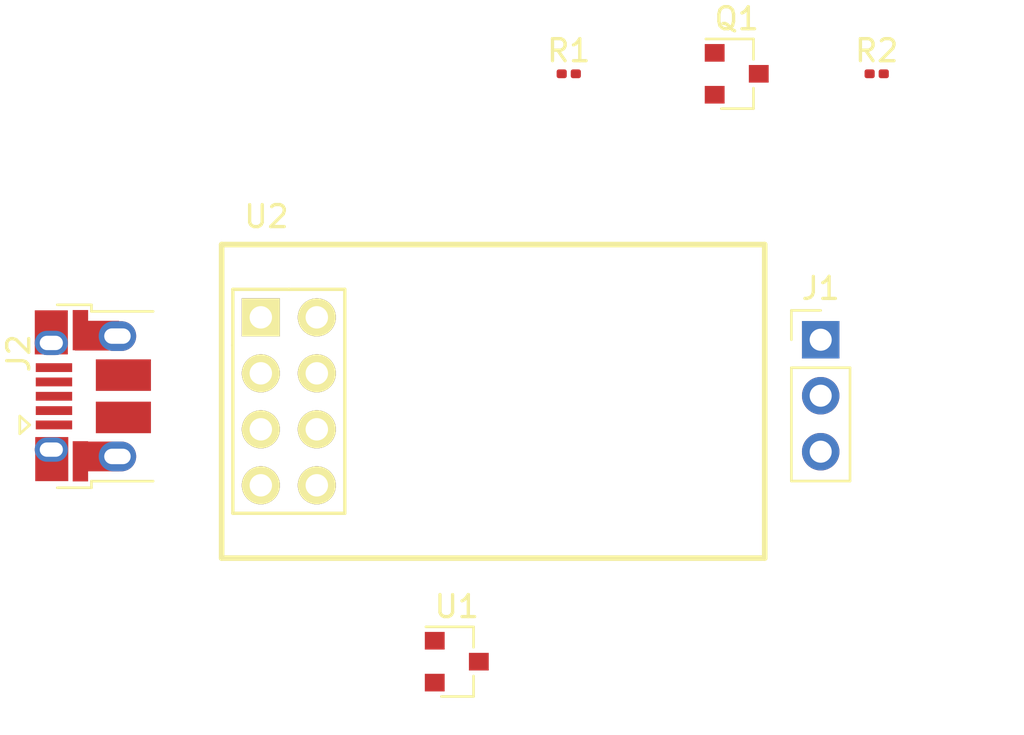
<source format=kicad_pcb>
(kicad_pcb (version 20171130) (host pcbnew "(5.1.2)-2")

  (general
    (thickness 1.6)
    (drawings 0)
    (tracks 0)
    (zones 0)
    (modules 7)
    (nets 10)
  )

  (page A4)
  (title_block
    (title "ESP Light Controller")
    (rev REVA)
    (comment 3 MIT)
  )

  (layers
    (0 F.Cu signal)
    (31 B.Cu signal)
    (32 B.Adhes user)
    (33 F.Adhes user)
    (34 B.Paste user)
    (35 F.Paste user)
    (36 B.SilkS user)
    (37 F.SilkS user)
    (38 B.Mask user)
    (39 F.Mask user)
    (40 Dwgs.User user)
    (41 Cmts.User user)
    (42 Eco1.User user)
    (43 Eco2.User user)
    (44 Edge.Cuts user)
    (45 Margin user)
    (46 B.CrtYd user)
    (47 F.CrtYd user)
    (48 B.Fab user)
    (49 F.Fab user)
  )

  (setup
    (last_trace_width 0.25)
    (user_trace_width 1)
    (trace_clearance 0.2)
    (zone_clearance 0.508)
    (zone_45_only no)
    (trace_min 0.2)
    (via_size 0.8)
    (via_drill 0.4)
    (via_min_size 0.4)
    (via_min_drill 0.3)
    (uvia_size 0.3)
    (uvia_drill 0.1)
    (uvias_allowed no)
    (uvia_min_size 0.2)
    (uvia_min_drill 0.1)
    (edge_width 0.1)
    (segment_width 0.2)
    (pcb_text_width 0.3)
    (pcb_text_size 1.5 1.5)
    (mod_edge_width 0.15)
    (mod_text_size 1 1)
    (mod_text_width 0.15)
    (pad_size 1.524 1.524)
    (pad_drill 0.762)
    (pad_to_mask_clearance 0)
    (aux_axis_origin 0 0)
    (grid_origin 137.16 77.47)
    (visible_elements 7FFFFFFF)
    (pcbplotparams
      (layerselection 0x010fc_ffffffff)
      (usegerberextensions false)
      (usegerberattributes false)
      (usegerberadvancedattributes false)
      (creategerberjobfile false)
      (excludeedgelayer true)
      (linewidth 0.100000)
      (plotframeref false)
      (viasonmask false)
      (mode 1)
      (useauxorigin false)
      (hpglpennumber 1)
      (hpglpenspeed 20)
      (hpglpendiameter 15.000000)
      (psnegative false)
      (psa4output false)
      (plotreference true)
      (plotvalue true)
      (plotinvisibletext false)
      (padsonsilk false)
      (subtractmaskfromsilk false)
      (outputformat 1)
      (mirror false)
      (drillshape 0)
      (scaleselection 1)
      (outputdirectory "export/"))
  )

  (net 0 "")
  (net 1 +5V)
  (net 2 "Net-(J1-Pad2)")
  (net 3 GND)
  (net 4 "Net-(J2-Pad2)")
  (net 5 "Net-(J2-Pad3)")
  (net 6 +3V3)
  (net 7 "Net-(U2-Pad1)")
  (net 8 "Net-(U2-Pad8)")
  (net 9 "Net-(Q1-Pad2)")

  (net_class Default "This is the default net class."
    (clearance 0.2)
    (trace_width 0.25)
    (via_dia 0.8)
    (via_drill 0.4)
    (uvia_dia 0.3)
    (uvia_drill 0.1)
    (add_net +3V3)
    (add_net +5V)
    (add_net GND)
    (add_net "Net-(J1-Pad2)")
    (add_net "Net-(J2-Pad2)")
    (add_net "Net-(J2-Pad3)")
    (add_net "Net-(Q1-Pad2)")
    (add_net "Net-(U2-Pad1)")
    (add_net "Net-(U2-Pad8)")
  )

  (module Connector_PinHeader_2.54mm:PinHeader_1x03_P2.54mm_Vertical (layer F.Cu) (tedit 59FED5CC) (tstamp 5F1F8599)
    (at 151.13 74.93)
    (descr "Through hole straight pin header, 1x03, 2.54mm pitch, single row")
    (tags "Through hole pin header THT 1x03 2.54mm single row")
    (path /5C784B8A)
    (fp_text reference J1 (at 0 -2.33) (layer F.SilkS)
      (effects (font (size 1 1) (thickness 0.15)))
    )
    (fp_text value WS2812b (at 5.715 3.175) (layer F.Fab)
      (effects (font (size 1 1) (thickness 0.15)))
    )
    (fp_line (start -0.635 -1.27) (end 1.27 -1.27) (layer F.Fab) (width 0.1))
    (fp_line (start 1.27 -1.27) (end 1.27 6.35) (layer F.Fab) (width 0.1))
    (fp_line (start 1.27 6.35) (end -1.27 6.35) (layer F.Fab) (width 0.1))
    (fp_line (start -1.27 6.35) (end -1.27 -0.635) (layer F.Fab) (width 0.1))
    (fp_line (start -1.27 -0.635) (end -0.635 -1.27) (layer F.Fab) (width 0.1))
    (fp_line (start -1.33 6.41) (end 1.33 6.41) (layer F.SilkS) (width 0.12))
    (fp_line (start -1.33 1.27) (end -1.33 6.41) (layer F.SilkS) (width 0.12))
    (fp_line (start 1.33 1.27) (end 1.33 6.41) (layer F.SilkS) (width 0.12))
    (fp_line (start -1.33 1.27) (end 1.33 1.27) (layer F.SilkS) (width 0.12))
    (fp_line (start -1.33 0) (end -1.33 -1.33) (layer F.SilkS) (width 0.12))
    (fp_line (start -1.33 -1.33) (end 0 -1.33) (layer F.SilkS) (width 0.12))
    (fp_line (start -1.8 -1.8) (end -1.8 6.85) (layer F.CrtYd) (width 0.05))
    (fp_line (start -1.8 6.85) (end 1.8 6.85) (layer F.CrtYd) (width 0.05))
    (fp_line (start 1.8 6.85) (end 1.8 -1.8) (layer F.CrtYd) (width 0.05))
    (fp_line (start 1.8 -1.8) (end -1.8 -1.8) (layer F.CrtYd) (width 0.05))
    (fp_text user %R (at 0 2.54 90) (layer F.Fab)
      (effects (font (size 1 1) (thickness 0.15)))
    )
    (pad 1 thru_hole rect (at 0 0) (size 1.7 1.7) (drill 1) (layers *.Cu *.Mask)
      (net 1 +5V))
    (pad 2 thru_hole oval (at 0 2.54) (size 1.7 1.7) (drill 1) (layers *.Cu *.Mask)
      (net 2 "Net-(J1-Pad2)"))
    (pad 3 thru_hole oval (at 0 5.08) (size 1.7 1.7) (drill 1) (layers *.Cu *.Mask)
      (net 3 GND))
    (model ${KISYS3DMOD}/Connector_PinHeader_2.54mm.3dshapes/PinHeader_1x03_P2.54mm_Vertical.wrl
      (at (xyz 0 0 0))
      (scale (xyz 1 1 1))
      (rotate (xyz 0 0 0))
    )
  )

  (module Package_TO_SOT_SMD:SOT-23 (layer F.Cu) (tedit 5A02FF57) (tstamp 5F1F85AE)
    (at 147.32 62.865)
    (descr "SOT-23, Standard")
    (tags SOT-23)
    (path /5F2024CE)
    (attr smd)
    (fp_text reference Q1 (at 0 -2.5) (layer F.SilkS)
      (effects (font (size 1 1) (thickness 0.15)))
    )
    (fp_text value 2N7002 (at 0 2.5) (layer F.Fab)
      (effects (font (size 1 1) (thickness 0.15)))
    )
    (fp_line (start 0.76 1.58) (end -0.7 1.58) (layer F.SilkS) (width 0.12))
    (fp_line (start 0.76 -1.58) (end -1.4 -1.58) (layer F.SilkS) (width 0.12))
    (fp_line (start -1.7 1.75) (end -1.7 -1.75) (layer F.CrtYd) (width 0.05))
    (fp_line (start 1.7 1.75) (end -1.7 1.75) (layer F.CrtYd) (width 0.05))
    (fp_line (start 1.7 -1.75) (end 1.7 1.75) (layer F.CrtYd) (width 0.05))
    (fp_line (start -1.7 -1.75) (end 1.7 -1.75) (layer F.CrtYd) (width 0.05))
    (fp_line (start 0.76 -1.58) (end 0.76 -0.65) (layer F.SilkS) (width 0.12))
    (fp_line (start 0.76 1.58) (end 0.76 0.65) (layer F.SilkS) (width 0.12))
    (fp_line (start -0.7 1.52) (end 0.7 1.52) (layer F.Fab) (width 0.1))
    (fp_line (start 0.7 -1.52) (end 0.7 1.52) (layer F.Fab) (width 0.1))
    (fp_line (start -0.7 -0.95) (end -0.15 -1.52) (layer F.Fab) (width 0.1))
    (fp_line (start -0.15 -1.52) (end 0.7 -1.52) (layer F.Fab) (width 0.1))
    (fp_line (start -0.7 -0.95) (end -0.7 1.5) (layer F.Fab) (width 0.1))
    (fp_text user %R (at 0 0 90) (layer F.Fab)
      (effects (font (size 0.5 0.5) (thickness 0.075)))
    )
    (pad 3 smd rect (at 1 0) (size 0.9 0.8) (layers F.Cu F.Paste F.Mask)
      (net 2 "Net-(J1-Pad2)"))
    (pad 2 smd rect (at -1 0.95) (size 0.9 0.8) (layers F.Cu F.Paste F.Mask)
      (net 9 "Net-(Q1-Pad2)"))
    (pad 1 smd rect (at -1 -0.95) (size 0.9 0.8) (layers F.Cu F.Paste F.Mask)
      (net 6 +3V3))
    (model ${KISYS3DMOD}/Package_TO_SOT_SMD.3dshapes/SOT-23.wrl
      (at (xyz 0 0 0))
      (scale (xyz 1 1 1))
      (rotate (xyz 0 0 0))
    )
  )

  (module Resistor_SMD:R_0201_0603Metric (layer F.Cu) (tedit 5B301BBD) (tstamp 5F1F85BF)
    (at 139.7 62.865)
    (descr "Resistor SMD 0201 (0603 Metric), square (rectangular) end terminal, IPC_7351 nominal, (Body size source: https://www.vishay.com/docs/20052/crcw0201e3.pdf), generated with kicad-footprint-generator")
    (tags resistor)
    (path /5C7CAF7C)
    (attr smd)
    (fp_text reference R1 (at 0 -1.05) (layer F.SilkS)
      (effects (font (size 1 1) (thickness 0.15)))
    )
    (fp_text value 10k (at -0.095001 1.299999) (layer F.Fab)
      (effects (font (size 1 1) (thickness 0.15)))
    )
    (fp_line (start -0.3 0.15) (end -0.3 -0.15) (layer F.Fab) (width 0.1))
    (fp_line (start -0.3 -0.15) (end 0.3 -0.15) (layer F.Fab) (width 0.1))
    (fp_line (start 0.3 -0.15) (end 0.3 0.15) (layer F.Fab) (width 0.1))
    (fp_line (start 0.3 0.15) (end -0.3 0.15) (layer F.Fab) (width 0.1))
    (fp_line (start -0.7 0.35) (end -0.7 -0.35) (layer F.CrtYd) (width 0.05))
    (fp_line (start -0.7 -0.35) (end 0.7 -0.35) (layer F.CrtYd) (width 0.05))
    (fp_line (start 0.7 -0.35) (end 0.7 0.35) (layer F.CrtYd) (width 0.05))
    (fp_line (start 0.7 0.35) (end -0.7 0.35) (layer F.CrtYd) (width 0.05))
    (fp_text user %R (at 0 -0.68) (layer F.Fab)
      (effects (font (size 0.25 0.25) (thickness 0.04)))
    )
    (pad "" smd roundrect (at -0.345 0) (size 0.318 0.36) (layers F.Paste) (roundrect_rratio 0.25))
    (pad "" smd roundrect (at 0.345 0) (size 0.318 0.36) (layers F.Paste) (roundrect_rratio 0.25))
    (pad 1 smd roundrect (at -0.32 0) (size 0.46 0.4) (layers F.Cu F.Mask) (roundrect_rratio 0.25)
      (net 6 +3V3))
    (pad 2 smd roundrect (at 0.32 0) (size 0.46 0.4) (layers F.Cu F.Mask) (roundrect_rratio 0.25)
      (net 9 "Net-(Q1-Pad2)"))
    (model ${KISYS3DMOD}/Resistor_SMD.3dshapes/R_0201_0603Metric.wrl
      (at (xyz 0 0 0))
      (scale (xyz 1 1 1))
      (rotate (xyz 0 0 0))
    )
  )

  (module Resistor_SMD:R_0201_0603Metric (layer F.Cu) (tedit 5B301BBD) (tstamp 5F1F85D0)
    (at 153.67 62.865)
    (descr "Resistor SMD 0201 (0603 Metric), square (rectangular) end terminal, IPC_7351 nominal, (Body size source: https://www.vishay.com/docs/20052/crcw0201e3.pdf), generated with kicad-footprint-generator")
    (tags resistor)
    (path /5C7CCA29)
    (attr smd)
    (fp_text reference R2 (at 0 -1.05) (layer F.SilkS)
      (effects (font (size 1 1) (thickness 0.15)))
    )
    (fp_text value 10k (at 0 1.05) (layer F.Fab)
      (effects (font (size 1 1) (thickness 0.15)))
    )
    (fp_text user %R (at 0 -0.68) (layer F.Fab)
      (effects (font (size 0.25 0.25) (thickness 0.04)))
    )
    (fp_line (start 0.7 0.35) (end -0.7 0.35) (layer F.CrtYd) (width 0.05))
    (fp_line (start 0.7 -0.35) (end 0.7 0.35) (layer F.CrtYd) (width 0.05))
    (fp_line (start -0.7 -0.35) (end 0.7 -0.35) (layer F.CrtYd) (width 0.05))
    (fp_line (start -0.7 0.35) (end -0.7 -0.35) (layer F.CrtYd) (width 0.05))
    (fp_line (start 0.3 0.15) (end -0.3 0.15) (layer F.Fab) (width 0.1))
    (fp_line (start 0.3 -0.15) (end 0.3 0.15) (layer F.Fab) (width 0.1))
    (fp_line (start -0.3 -0.15) (end 0.3 -0.15) (layer F.Fab) (width 0.1))
    (fp_line (start -0.3 0.15) (end -0.3 -0.15) (layer F.Fab) (width 0.1))
    (pad 2 smd roundrect (at 0.32 0) (size 0.46 0.4) (layers F.Cu F.Mask) (roundrect_rratio 0.25)
      (net 2 "Net-(J1-Pad2)"))
    (pad 1 smd roundrect (at -0.32 0) (size 0.46 0.4) (layers F.Cu F.Mask) (roundrect_rratio 0.25)
      (net 1 +5V))
    (pad "" smd roundrect (at 0.345 0) (size 0.318 0.36) (layers F.Paste) (roundrect_rratio 0.25))
    (pad "" smd roundrect (at -0.345 0) (size 0.318 0.36) (layers F.Paste) (roundrect_rratio 0.25))
    (model ${KISYS3DMOD}/Resistor_SMD.3dshapes/R_0201_0603Metric.wrl
      (at (xyz 0 0 0))
      (scale (xyz 1 1 1))
      (rotate (xyz 0 0 0))
    )
  )

  (module Package_TO_SOT_SMD:SOT-23 (layer F.Cu) (tedit 5A02FF57) (tstamp 5F1F85E5)
    (at 134.62 89.535)
    (descr "SOT-23, Standard")
    (tags SOT-23)
    (path /5F1F982A)
    (attr smd)
    (fp_text reference U1 (at 0 -2.5) (layer F.SilkS)
      (effects (font (size 1 1) (thickness 0.15)))
    )
    (fp_text value AP2138 (at 0 2.5) (layer F.Fab)
      (effects (font (size 1 1) (thickness 0.15)))
    )
    (fp_text user %R (at 0 0 90) (layer F.Fab)
      (effects (font (size 0.5 0.5) (thickness 0.075)))
    )
    (fp_line (start -0.7 -0.95) (end -0.7 1.5) (layer F.Fab) (width 0.1))
    (fp_line (start -0.15 -1.52) (end 0.7 -1.52) (layer F.Fab) (width 0.1))
    (fp_line (start -0.7 -0.95) (end -0.15 -1.52) (layer F.Fab) (width 0.1))
    (fp_line (start 0.7 -1.52) (end 0.7 1.52) (layer F.Fab) (width 0.1))
    (fp_line (start -0.7 1.52) (end 0.7 1.52) (layer F.Fab) (width 0.1))
    (fp_line (start 0.76 1.58) (end 0.76 0.65) (layer F.SilkS) (width 0.12))
    (fp_line (start 0.76 -1.58) (end 0.76 -0.65) (layer F.SilkS) (width 0.12))
    (fp_line (start -1.7 -1.75) (end 1.7 -1.75) (layer F.CrtYd) (width 0.05))
    (fp_line (start 1.7 -1.75) (end 1.7 1.75) (layer F.CrtYd) (width 0.05))
    (fp_line (start 1.7 1.75) (end -1.7 1.75) (layer F.CrtYd) (width 0.05))
    (fp_line (start -1.7 1.75) (end -1.7 -1.75) (layer F.CrtYd) (width 0.05))
    (fp_line (start 0.76 -1.58) (end -1.4 -1.58) (layer F.SilkS) (width 0.12))
    (fp_line (start 0.76 1.58) (end -0.7 1.58) (layer F.SilkS) (width 0.12))
    (pad 1 smd rect (at -1 -0.95) (size 0.9 0.8) (layers F.Cu F.Paste F.Mask)
      (net 3 GND))
    (pad 2 smd rect (at -1 0.95) (size 0.9 0.8) (layers F.Cu F.Paste F.Mask)
      (net 6 +3V3))
    (pad 3 smd rect (at 1 0) (size 0.9 0.8) (layers F.Cu F.Paste F.Mask)
      (net 1 +5V))
    (model ${KISYS3DMOD}/Package_TO_SOT_SMD.3dshapes/SOT-23.wrl
      (at (xyz 0 0 0))
      (scale (xyz 1 1 1))
      (rotate (xyz 0 0 0))
    )
  )

  (module kicad-ESP8266:ESP-01 (layer F.Cu) (tedit 577EF889) (tstamp 5F1F8603)
    (at 125.730001 73.914001)
    (descr "Module, ESP-8266, ESP-01, 8 pin")
    (tags "Module ESP-8266 ESP8266")
    (path /5C77A165)
    (fp_text reference U2 (at 0.254 -4.572) (layer F.SilkS)
      (effects (font (size 1 1) (thickness 0.15)))
    )
    (fp_text value ESP-01v090 (at 12.192 3.556) (layer F.Fab)
      (effects (font (size 1 1) (thickness 0.15)))
    )
    (fp_line (start -1.778 -3.302) (end 22.86 -3.302) (layer F.SilkS) (width 0.254))
    (fp_line (start 22.86 -3.302) (end 22.86 10.922) (layer F.SilkS) (width 0.254))
    (fp_line (start 22.86 10.922) (end -1.778 10.922) (layer F.SilkS) (width 0.254))
    (fp_line (start -1.778 10.922) (end -1.778 -3.302) (layer F.SilkS) (width 0.254))
    (fp_line (start -1.778 -3.302) (end 22.86 -3.302) (layer F.Fab) (width 0.05))
    (fp_line (start 22.86 -3.302) (end 22.86 10.922) (layer F.Fab) (width 0.05))
    (fp_line (start 22.86 10.922) (end -1.778 10.922) (layer F.Fab) (width 0.05))
    (fp_line (start -1.778 10.922) (end -1.778 -3.302) (layer F.Fab) (width 0.05))
    (fp_line (start 1.27 -1.27) (end -1.27 -1.27) (layer F.SilkS) (width 0.1524))
    (fp_line (start -1.27 -1.27) (end -1.27 1.27) (layer F.SilkS) (width 0.1524))
    (fp_line (start -1.75 -1.75) (end -1.75 9.4) (layer F.CrtYd) (width 0.05))
    (fp_line (start 4.3 -1.75) (end 4.3 9.4) (layer F.CrtYd) (width 0.05))
    (fp_line (start -1.75 -1.75) (end 4.3 -1.75) (layer F.CrtYd) (width 0.05))
    (fp_line (start -1.75 9.4) (end 4.3 9.4) (layer F.CrtYd) (width 0.05))
    (fp_line (start -1.27 1.27) (end -1.27 8.89) (layer F.SilkS) (width 0.1524))
    (fp_line (start -1.27 8.89) (end 3.81 8.89) (layer F.SilkS) (width 0.1524))
    (fp_line (start 3.81 8.89) (end 3.81 -1.27) (layer F.SilkS) (width 0.1524))
    (fp_line (start 3.81 -1.27) (end 1.27 -1.27) (layer F.SilkS) (width 0.1524))
    (pad 1 thru_hole rect (at 0 0) (size 1.7272 1.7272) (drill 1.016) (layers *.Cu *.Mask F.SilkS)
      (net 7 "Net-(U2-Pad1)"))
    (pad 2 thru_hole oval (at 2.54 0) (size 1.7272 1.7272) (drill 1.016) (layers *.Cu *.Mask F.SilkS)
      (net 3 GND))
    (pad 3 thru_hole oval (at 0 2.54) (size 1.7272 1.7272) (drill 1.016) (layers *.Cu *.Mask F.SilkS)
      (net 6 +3V3))
    (pad 4 thru_hole oval (at 2.54 2.54) (size 1.7272 1.7272) (drill 1.016) (layers *.Cu *.Mask F.SilkS)
      (net 9 "Net-(Q1-Pad2)"))
    (pad 5 thru_hole oval (at 0 5.08) (size 1.7272 1.7272) (drill 1.016) (layers *.Cu *.Mask F.SilkS)
      (net 6 +3V3))
    (pad 6 thru_hole oval (at 2.54 5.08) (size 1.7272 1.7272) (drill 1.016) (layers *.Cu *.Mask F.SilkS)
      (net 6 +3V3))
    (pad 7 thru_hole oval (at 0 7.62) (size 1.7272 1.7272) (drill 1.016) (layers *.Cu *.Mask F.SilkS)
      (net 6 +3V3))
    (pad 8 thru_hole oval (at 2.54 7.62) (size 1.7272 1.7272) (drill 1.016) (layers *.Cu *.Mask F.SilkS)
      (net 8 "Net-(U2-Pad8)"))
  )

  (module Connector_USB:USB_Micro-B_Amphenol_10103594-0001LF_Horizontal (layer F.Cu) (tedit 5A1DC0BD) (tstamp 5F1F8A49)
    (at 118.11 77.47 90)
    (descr "Micro USB Type B 10103594-0001LF, http://cdn.amphenol-icc.com/media/wysiwyg/files/drawing/10103594.pdf")
    (tags "USB USB_B USB_micro USB_OTG")
    (path /5F1F746A)
    (attr smd)
    (fp_text reference J2 (at 1.925 -3.365 90) (layer F.SilkS)
      (effects (font (size 1 1) (thickness 0.15)))
    )
    (fp_text value USB_B_Micro (at 9.525 0 90) (layer F.Fab) hide
      (effects (font (size 1 1) (thickness 0.15)))
    )
    (fp_text user "PCB edge" (at -0.025 2.235 90) (layer Dwgs.User)
      (effects (font (size 0.5 0.5) (thickness 0.075)))
    )
    (fp_text user %R (at -0.025 -0.015 90) (layer F.Fab)
      (effects (font (size 1 1) (thickness 0.15)))
    )
    (fp_line (start -4.175 -0.065) (end -4.175 -1.615) (layer F.SilkS) (width 0.12))
    (fp_line (start -4.175 -0.065) (end -3.875 -0.065) (layer F.SilkS) (width 0.12))
    (fp_line (start -3.875 2.735) (end -3.875 -0.065) (layer F.SilkS) (width 0.12))
    (fp_line (start 4.125 -0.065) (end 4.125 -1.615) (layer F.SilkS) (width 0.12))
    (fp_line (start 3.825 -0.065) (end 4.125 -0.065) (layer F.SilkS) (width 0.12))
    (fp_line (start 3.825 2.735) (end 3.825 -0.065) (layer F.SilkS) (width 0.12))
    (fp_line (start -0.925 -3.315) (end -1.325 -2.865) (layer F.SilkS) (width 0.12))
    (fp_line (start -1.725 -3.315) (end -0.925 -3.315) (layer F.SilkS) (width 0.12))
    (fp_line (start -1.325 -2.865) (end -1.725 -3.315) (layer F.SilkS) (width 0.12))
    (fp_line (start -3.775 -0.865) (end -2.975 -1.615) (layer F.Fab) (width 0.12))
    (fp_line (start 3.725 3.335) (end -3.775 3.335) (layer F.Fab) (width 0.12))
    (fp_line (start 3.725 -1.615) (end 3.725 3.335) (layer F.Fab) (width 0.12))
    (fp_line (start -2.975 -1.615) (end 3.725 -1.615) (layer F.Fab) (width 0.12))
    (fp_line (start -3.775 3.335) (end -3.775 -0.865) (layer F.Fab) (width 0.12))
    (fp_line (start -4.025 2.835) (end 3.975 2.835) (layer Dwgs.User) (width 0.1))
    (fp_line (start -4.13 -2.88) (end 4.14 -2.88) (layer F.CrtYd) (width 0.05))
    (fp_line (start -4.13 -2.88) (end -4.13 3.58) (layer F.CrtYd) (width 0.05))
    (fp_line (start 4.14 3.58) (end 4.14 -2.88) (layer F.CrtYd) (width 0.05))
    (fp_line (start 4.14 3.58) (end -4.13 3.58) (layer F.CrtYd) (width 0.05))
    (pad 6 smd rect (at 2.725 0.185 90) (size 1.35 2) (layers F.Cu F.Paste F.Mask)
      (net 3 GND))
    (pad 6 smd rect (at -2.755 0.185 90) (size 1.35 2) (layers F.Cu F.Paste F.Mask)
      (net 3 GND))
    (pad 6 smd rect (at -2.975 -0.565 90) (size 1.825 0.7) (layers F.Cu F.Paste F.Mask)
      (net 3 GND))
    (pad 6 smd rect (at 2.975 -0.565 90) (size 1.825 0.7) (layers F.Cu F.Paste F.Mask)
      (net 3 GND))
    (pad 6 smd rect (at -2.875 -1.865 90) (size 2 1.5) (layers F.Cu F.Paste F.Mask)
      (net 3 GND))
    (pad 6 smd rect (at 2.875 -1.885 90) (size 2 1.5) (layers F.Cu F.Paste F.Mask)
      (net 3 GND))
    (pad 1 smd rect (at -1.325 -1.765 180) (size 1.65 0.4) (layers F.Cu F.Paste F.Mask)
      (net 1 +5V))
    (pad 2 smd rect (at -0.675 -1.765 180) (size 1.65 0.4) (layers F.Cu F.Paste F.Mask)
      (net 4 "Net-(J2-Pad2)"))
    (pad 3 smd rect (at -0.025 -1.765 180) (size 1.65 0.4) (layers F.Cu F.Paste F.Mask)
      (net 5 "Net-(J2-Pad3)"))
    (pad 4 smd rect (at 0.625 -1.765 180) (size 1.65 0.4) (layers F.Cu F.Paste F.Mask)
      (net 3 GND))
    (pad 5 smd rect (at 1.275 -1.765 180) (size 1.65 0.4) (layers F.Cu F.Paste F.Mask)
      (net 3 GND))
    (pad 6 thru_hole oval (at -2.445 -1.885 180) (size 1.5 1.1) (drill oval 1.05 0.65) (layers *.Cu *.Mask)
      (net 3 GND))
    (pad 6 thru_hole oval (at 2.395 -1.885 180) (size 1.5 1.1) (drill oval 1.05 0.65) (layers *.Cu *.Mask)
      (net 3 GND))
    (pad 6 thru_hole oval (at -2.755 1.115 180) (size 1.7 1.35) (drill oval 1.2 0.7) (layers *.Cu *.Mask)
      (net 3 GND))
    (pad 6 thru_hole oval (at 2.705 1.115 180) (size 1.7 1.35) (drill oval 1.2 0.7) (layers *.Cu *.Mask)
      (net 3 GND))
    (pad 6 smd rect (at -0.985 1.385 180) (size 2.5 1.43) (layers F.Cu F.Paste F.Mask)
      (net 3 GND))
    (pad 6 smd rect (at 0.935 1.385 180) (size 2.5 1.43) (layers F.Cu F.Paste F.Mask)
      (net 3 GND))
    (model ${KISYS3DMOD}/Connector_USB.3dshapes/USB_Micro-B_Amphenol_10103594-0001LF_Horizontal.wrl
      (at (xyz 0 0 0))
      (scale (xyz 1 1 1))
      (rotate (xyz 0 0 0))
    )
  )

)

</source>
